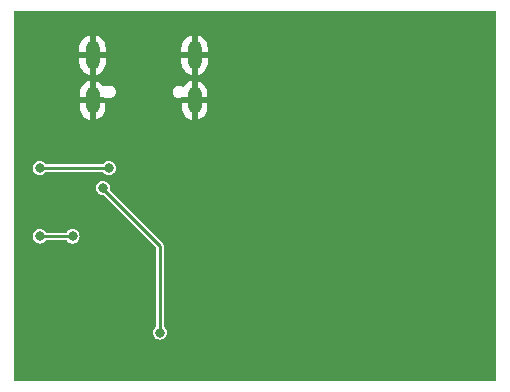
<source format=gbr>
%TF.GenerationSoftware,KiCad,Pcbnew,(5.99.0-9795-gc3c3649211)*%
%TF.CreationDate,2021-03-25T09:38:18-07:00*%
%TF.ProjectId,smd-challenge,736d642d-6368-4616-9c6c-656e67652e6b,rev?*%
%TF.SameCoordinates,Original*%
%TF.FileFunction,Copper,L2,Bot*%
%TF.FilePolarity,Positive*%
%FSLAX46Y46*%
G04 Gerber Fmt 4.6, Leading zero omitted, Abs format (unit mm)*
G04 Created by KiCad (PCBNEW (5.99.0-9795-gc3c3649211)) date 2021-03-25 09:38:18*
%MOMM*%
%LPD*%
G01*
G04 APERTURE LIST*
%TA.AperFunction,ComponentPad*%
%ADD10O,1.158000X2.316000*%
%TD*%
%TA.AperFunction,ComponentPad*%
%ADD11O,1.200000X2.400000*%
%TD*%
%TA.AperFunction,ViaPad*%
%ADD12C,0.800000*%
%TD*%
%TA.AperFunction,Conductor*%
%ADD13C,0.250000*%
%TD*%
G04 APERTURE END LIST*
D10*
%TO.P,J1,S3,SHIELD*%
%TO.N,GND*%
X135536000Y-45621000D03*
%TO.P,J1,S4,SHIELD*%
X126896000Y-45621000D03*
D11*
%TO.P,J1,S5,SHIELD*%
X135536000Y-41796000D03*
%TO.P,J1,S6,SHIELD*%
X126896000Y-41796000D03*
%TD*%
D12*
%TO.N,+3V3*%
X122420000Y-51372000D03*
X128270000Y-51372000D03*
%TO.N,GND*%
X143764000Y-49276000D03*
X123952000Y-54864000D03*
X154432000Y-43688000D03*
X143764000Y-54356000D03*
X130039998Y-67310000D03*
X125222000Y-60198000D03*
X124959999Y-67310000D03*
X156972000Y-41148000D03*
X156972000Y-43688000D03*
X154432000Y-41148000D03*
X143764000Y-51816000D03*
X143764000Y-56896000D03*
X143764000Y-46736000D03*
%TO.N,+3V3*%
X125200000Y-57137000D03*
X122420000Y-57137000D03*
%TO.N,/NRST*%
X132588000Y-65278000D03*
X127762000Y-53022000D03*
%TD*%
D13*
%TO.N,/NRST*%
X127762000Y-53086000D02*
X132588000Y-57912000D01*
X132588000Y-57912000D02*
X132588000Y-65278000D01*
%TO.N,+3V3*%
X128270000Y-51372000D02*
X122492000Y-51372000D01*
X122492000Y-51372000D02*
X122428000Y-51308000D01*
X122428000Y-51308000D02*
X122420000Y-51316000D01*
X122537000Y-57137000D02*
X122420000Y-57020000D01*
X125200000Y-57137000D02*
X122537000Y-57137000D01*
%TD*%
%TA.AperFunction,Conductor*%
%TO.N,GND*%
G36*
X161063566Y-38063313D02*
G01*
X161088876Y-38107150D01*
X161090000Y-38120000D01*
X161090000Y-69322000D01*
X161072687Y-69369566D01*
X161028850Y-69394876D01*
X161016000Y-69396000D01*
X120289000Y-69396000D01*
X120241434Y-69378687D01*
X120216124Y-69334850D01*
X120215000Y-69322000D01*
X120215000Y-57137000D01*
X121814500Y-57137000D01*
X121835132Y-57293715D01*
X121895622Y-57439750D01*
X121898572Y-57443594D01*
X121898574Y-57443598D01*
X121926363Y-57479813D01*
X121991847Y-57565153D01*
X121995698Y-57568108D01*
X122113402Y-57658426D01*
X122113406Y-57658428D01*
X122117250Y-57661378D01*
X122263285Y-57721868D01*
X122268087Y-57722500D01*
X122268090Y-57722501D01*
X122415192Y-57741867D01*
X122420000Y-57742500D01*
X122424808Y-57741867D01*
X122571910Y-57722501D01*
X122571913Y-57722500D01*
X122576715Y-57721868D01*
X122722750Y-57661378D01*
X122726594Y-57658428D01*
X122726598Y-57658426D01*
X122844302Y-57568108D01*
X122848153Y-57565153D01*
X122904706Y-57491451D01*
X122947396Y-57464254D01*
X122963413Y-57462500D01*
X124656587Y-57462500D01*
X124704153Y-57479813D01*
X124715293Y-57491450D01*
X124771847Y-57565153D01*
X124775698Y-57568108D01*
X124893402Y-57658426D01*
X124893406Y-57658428D01*
X124897250Y-57661378D01*
X125043285Y-57721868D01*
X125048087Y-57722500D01*
X125048090Y-57722501D01*
X125195192Y-57741867D01*
X125200000Y-57742500D01*
X125204808Y-57741867D01*
X125351910Y-57722501D01*
X125351913Y-57722500D01*
X125356715Y-57721868D01*
X125502750Y-57661378D01*
X125506594Y-57658428D01*
X125506598Y-57658426D01*
X125624302Y-57568108D01*
X125628153Y-57565153D01*
X125693637Y-57479813D01*
X125721426Y-57443598D01*
X125721428Y-57443594D01*
X125724378Y-57439750D01*
X125784868Y-57293715D01*
X125805500Y-57137000D01*
X125784868Y-56980285D01*
X125724378Y-56834250D01*
X125721428Y-56830406D01*
X125721426Y-56830402D01*
X125631108Y-56712698D01*
X125628153Y-56708847D01*
X125624302Y-56705892D01*
X125506598Y-56615574D01*
X125506594Y-56615572D01*
X125502750Y-56612622D01*
X125356715Y-56552132D01*
X125351913Y-56551500D01*
X125351910Y-56551499D01*
X125204808Y-56532133D01*
X125200000Y-56531500D01*
X125195192Y-56532133D01*
X125048090Y-56551499D01*
X125048087Y-56551500D01*
X125043285Y-56552132D01*
X124897250Y-56612622D01*
X124893406Y-56615572D01*
X124893402Y-56615574D01*
X124775698Y-56705892D01*
X124771847Y-56708847D01*
X124768892Y-56712698D01*
X124715295Y-56782548D01*
X124672604Y-56809746D01*
X124656587Y-56811500D01*
X122963413Y-56811500D01*
X122915847Y-56794187D01*
X122904705Y-56782548D01*
X122851108Y-56712698D01*
X122848153Y-56708847D01*
X122844302Y-56705892D01*
X122726598Y-56615574D01*
X122726594Y-56615572D01*
X122722750Y-56612622D01*
X122576715Y-56552132D01*
X122571913Y-56551500D01*
X122571910Y-56551499D01*
X122424808Y-56532133D01*
X122420000Y-56531500D01*
X122415192Y-56532133D01*
X122268090Y-56551499D01*
X122268087Y-56551500D01*
X122263285Y-56552132D01*
X122117250Y-56612622D01*
X122113406Y-56615572D01*
X122113402Y-56615574D01*
X121995698Y-56705892D01*
X121991847Y-56708847D01*
X121988892Y-56712698D01*
X121898574Y-56830402D01*
X121898572Y-56830406D01*
X121895622Y-56834250D01*
X121835132Y-56980285D01*
X121814500Y-57137000D01*
X120215000Y-57137000D01*
X120215000Y-53022000D01*
X127156500Y-53022000D01*
X127177132Y-53178715D01*
X127237622Y-53324750D01*
X127240572Y-53328594D01*
X127240574Y-53328598D01*
X127330892Y-53446302D01*
X127333847Y-53450153D01*
X127337698Y-53453108D01*
X127455402Y-53543426D01*
X127455406Y-53543428D01*
X127459250Y-53546378D01*
X127605285Y-53606868D01*
X127610087Y-53607500D01*
X127610090Y-53607501D01*
X127757192Y-53626867D01*
X127762000Y-53627500D01*
X127797549Y-53622820D01*
X127846968Y-53633776D01*
X127859534Y-53643861D01*
X132240826Y-58025152D01*
X132262218Y-58071028D01*
X132262500Y-58077478D01*
X132262500Y-64734587D01*
X132245187Y-64782153D01*
X132233550Y-64793293D01*
X132159847Y-64849847D01*
X132156892Y-64853698D01*
X132066574Y-64971402D01*
X132066572Y-64971406D01*
X132063622Y-64975250D01*
X132003132Y-65121285D01*
X131982500Y-65278000D01*
X132003132Y-65434715D01*
X132063622Y-65580750D01*
X132066572Y-65584594D01*
X132066574Y-65584598D01*
X132156892Y-65702302D01*
X132159847Y-65706153D01*
X132163698Y-65709108D01*
X132281402Y-65799426D01*
X132281406Y-65799428D01*
X132285250Y-65802378D01*
X132431285Y-65862868D01*
X132436087Y-65863500D01*
X132436090Y-65863501D01*
X132583192Y-65882867D01*
X132588000Y-65883500D01*
X132592808Y-65882867D01*
X132739910Y-65863501D01*
X132739913Y-65863500D01*
X132744715Y-65862868D01*
X132890750Y-65802378D01*
X132894594Y-65799428D01*
X132894598Y-65799426D01*
X133012302Y-65709108D01*
X133016153Y-65706153D01*
X133019108Y-65702302D01*
X133109426Y-65584598D01*
X133109428Y-65584594D01*
X133112378Y-65580750D01*
X133172868Y-65434715D01*
X133193500Y-65278000D01*
X133172868Y-65121285D01*
X133112378Y-64975250D01*
X133109428Y-64971406D01*
X133109426Y-64971402D01*
X133019108Y-64853698D01*
X133016153Y-64849847D01*
X132942451Y-64793294D01*
X132915254Y-64750604D01*
X132913500Y-64734587D01*
X132913500Y-57929200D01*
X132913782Y-57922750D01*
X132916679Y-57889645D01*
X132916679Y-57889643D01*
X132917243Y-57883195D01*
X132906902Y-57844603D01*
X132905505Y-57838304D01*
X132899692Y-57805334D01*
X132899691Y-57805332D01*
X132898568Y-57798962D01*
X132895332Y-57793357D01*
X132893626Y-57788670D01*
X132891318Y-57783097D01*
X132889210Y-57778577D01*
X132887535Y-57772325D01*
X132866209Y-57741867D01*
X132864624Y-57739604D01*
X132861157Y-57734161D01*
X132844417Y-57705168D01*
X132844415Y-57705166D01*
X132841178Y-57699559D01*
X132810762Y-57674037D01*
X132806003Y-57669677D01*
X128368970Y-53232643D01*
X128347578Y-53186767D01*
X128347929Y-53170658D01*
X128366867Y-53026808D01*
X128367500Y-53022000D01*
X128346868Y-52865285D01*
X128286378Y-52719250D01*
X128283428Y-52715406D01*
X128283426Y-52715402D01*
X128193108Y-52597698D01*
X128190153Y-52593847D01*
X128186302Y-52590892D01*
X128068598Y-52500574D01*
X128068594Y-52500572D01*
X128064750Y-52497622D01*
X127918715Y-52437132D01*
X127913913Y-52436500D01*
X127913910Y-52436499D01*
X127766808Y-52417133D01*
X127762000Y-52416500D01*
X127757192Y-52417133D01*
X127610090Y-52436499D01*
X127610087Y-52436500D01*
X127605285Y-52437132D01*
X127459250Y-52497622D01*
X127455406Y-52500572D01*
X127455402Y-52500574D01*
X127337698Y-52590892D01*
X127333847Y-52593847D01*
X127330892Y-52597698D01*
X127240574Y-52715402D01*
X127240572Y-52715406D01*
X127237622Y-52719250D01*
X127177132Y-52865285D01*
X127156500Y-53022000D01*
X120215000Y-53022000D01*
X120215000Y-51372000D01*
X121814500Y-51372000D01*
X121835132Y-51528715D01*
X121895622Y-51674750D01*
X121898572Y-51678594D01*
X121898574Y-51678598D01*
X121926363Y-51714813D01*
X121991847Y-51800153D01*
X121995698Y-51803108D01*
X122113402Y-51893426D01*
X122113406Y-51893428D01*
X122117250Y-51896378D01*
X122263285Y-51956868D01*
X122268087Y-51957500D01*
X122268090Y-51957501D01*
X122415192Y-51976867D01*
X122420000Y-51977500D01*
X122424808Y-51976867D01*
X122571910Y-51957501D01*
X122571913Y-51957500D01*
X122576715Y-51956868D01*
X122722750Y-51896378D01*
X122726594Y-51893428D01*
X122726598Y-51893426D01*
X122844302Y-51803108D01*
X122848153Y-51800153D01*
X122904706Y-51726451D01*
X122947396Y-51699254D01*
X122963413Y-51697500D01*
X127726587Y-51697500D01*
X127774153Y-51714813D01*
X127785293Y-51726450D01*
X127841847Y-51800153D01*
X127845698Y-51803108D01*
X127963402Y-51893426D01*
X127963406Y-51893428D01*
X127967250Y-51896378D01*
X128113285Y-51956868D01*
X128118087Y-51957500D01*
X128118090Y-51957501D01*
X128265192Y-51976867D01*
X128270000Y-51977500D01*
X128274808Y-51976867D01*
X128421910Y-51957501D01*
X128421913Y-51957500D01*
X128426715Y-51956868D01*
X128572750Y-51896378D01*
X128576594Y-51893428D01*
X128576598Y-51893426D01*
X128694302Y-51803108D01*
X128698153Y-51800153D01*
X128763637Y-51714813D01*
X128791426Y-51678598D01*
X128791428Y-51678594D01*
X128794378Y-51674750D01*
X128854868Y-51528715D01*
X128875500Y-51372000D01*
X128854868Y-51215285D01*
X128794378Y-51069250D01*
X128791428Y-51065406D01*
X128791426Y-51065402D01*
X128701108Y-50947698D01*
X128698153Y-50943847D01*
X128694302Y-50940892D01*
X128576598Y-50850574D01*
X128576594Y-50850572D01*
X128572750Y-50847622D01*
X128426715Y-50787132D01*
X128421913Y-50786500D01*
X128421910Y-50786499D01*
X128274808Y-50767133D01*
X128270000Y-50766500D01*
X128265192Y-50767133D01*
X128118090Y-50786499D01*
X128118087Y-50786500D01*
X128113285Y-50787132D01*
X127967250Y-50847622D01*
X127963406Y-50850572D01*
X127963402Y-50850574D01*
X127845698Y-50940892D01*
X127841847Y-50943847D01*
X127838892Y-50947698D01*
X127785295Y-51017548D01*
X127742604Y-51044746D01*
X127726587Y-51046500D01*
X122963413Y-51046500D01*
X122915847Y-51029187D01*
X122904705Y-51017548D01*
X122851108Y-50947698D01*
X122848153Y-50943847D01*
X122844302Y-50940892D01*
X122726598Y-50850574D01*
X122726594Y-50850572D01*
X122722750Y-50847622D01*
X122576715Y-50787132D01*
X122571913Y-50786500D01*
X122571910Y-50786499D01*
X122424808Y-50767133D01*
X122420000Y-50766500D01*
X122415192Y-50767133D01*
X122268090Y-50786499D01*
X122268087Y-50786500D01*
X122263285Y-50787132D01*
X122117250Y-50847622D01*
X122113406Y-50850572D01*
X122113402Y-50850574D01*
X121995698Y-50940892D01*
X121991847Y-50943847D01*
X121988892Y-50947698D01*
X121898574Y-51065402D01*
X121898572Y-51065406D01*
X121895622Y-51069250D01*
X121835132Y-51215285D01*
X121814500Y-51372000D01*
X120215000Y-51372000D01*
X120215000Y-45883925D01*
X125809000Y-45883925D01*
X125809000Y-46250645D01*
X125809168Y-46254164D01*
X125823366Y-46402980D01*
X125824694Y-46409877D01*
X125881100Y-46602149D01*
X125883707Y-46608669D01*
X125975458Y-46786812D01*
X125979246Y-46792713D01*
X126103028Y-46950294D01*
X126107864Y-46955373D01*
X126259207Y-47086702D01*
X126264923Y-47090779D01*
X126438373Y-47191123D01*
X126444750Y-47194042D01*
X126632105Y-47259102D01*
X126639501Y-47257564D01*
X126642000Y-47254394D01*
X126642000Y-45888048D01*
X126640499Y-45883925D01*
X127150000Y-45883925D01*
X127150000Y-47243925D01*
X127153638Y-47253921D01*
X127155910Y-47255232D01*
X127157417Y-47255186D01*
X127248088Y-47233333D01*
X127254733Y-47231045D01*
X127437142Y-47148109D01*
X127443222Y-47144613D01*
X127606661Y-47028678D01*
X127611972Y-47024094D01*
X127750539Y-46879345D01*
X127754889Y-46873836D01*
X127863584Y-46705497D01*
X127866810Y-46699274D01*
X127941716Y-46513408D01*
X127943706Y-46506691D01*
X127982277Y-46309179D01*
X127982918Y-46303900D01*
X127982957Y-46303116D01*
X127983000Y-46301330D01*
X127983000Y-45888048D01*
X127981499Y-45883925D01*
X134449000Y-45883925D01*
X134449000Y-46250645D01*
X134449168Y-46254164D01*
X134463366Y-46402980D01*
X134464694Y-46409877D01*
X134521100Y-46602149D01*
X134523707Y-46608669D01*
X134615458Y-46786812D01*
X134619246Y-46792713D01*
X134743028Y-46950294D01*
X134747864Y-46955373D01*
X134899207Y-47086702D01*
X134904923Y-47090779D01*
X135078373Y-47191123D01*
X135084750Y-47194042D01*
X135272105Y-47259102D01*
X135279501Y-47257564D01*
X135282000Y-47254394D01*
X135282000Y-45888048D01*
X135280499Y-45883925D01*
X135790000Y-45883925D01*
X135790000Y-47243925D01*
X135793638Y-47253921D01*
X135795910Y-47255232D01*
X135797417Y-47255186D01*
X135888088Y-47233333D01*
X135894733Y-47231045D01*
X136077142Y-47148109D01*
X136083222Y-47144613D01*
X136246661Y-47028678D01*
X136251972Y-47024094D01*
X136390539Y-46879345D01*
X136394889Y-46873836D01*
X136503584Y-46705497D01*
X136506810Y-46699274D01*
X136581716Y-46513408D01*
X136583706Y-46506691D01*
X136622277Y-46309179D01*
X136622918Y-46303900D01*
X136622957Y-46303116D01*
X136623000Y-46301330D01*
X136623000Y-45888048D01*
X136619362Y-45878052D01*
X136614075Y-45875000D01*
X135803048Y-45875000D01*
X135793052Y-45878638D01*
X135790000Y-45883925D01*
X135280499Y-45883925D01*
X135278362Y-45878052D01*
X135273075Y-45875000D01*
X134462048Y-45875000D01*
X134452052Y-45878638D01*
X134449000Y-45883925D01*
X127981499Y-45883925D01*
X127979362Y-45878052D01*
X127974075Y-45875000D01*
X127163048Y-45875000D01*
X127153052Y-45878638D01*
X127150000Y-45883925D01*
X126640499Y-45883925D01*
X126638362Y-45878052D01*
X126633075Y-45875000D01*
X125822048Y-45875000D01*
X125812052Y-45878638D01*
X125809000Y-45883925D01*
X120215000Y-45883925D01*
X120215000Y-44940670D01*
X125809000Y-44940670D01*
X125809000Y-45353952D01*
X125812638Y-45363948D01*
X125817925Y-45367000D01*
X126628952Y-45367000D01*
X126638948Y-45363362D01*
X126642000Y-45358075D01*
X126642000Y-43998075D01*
X126638362Y-43988079D01*
X126637542Y-43987606D01*
X127150000Y-43987606D01*
X127150000Y-45353952D01*
X127153638Y-45363948D01*
X127158925Y-45367000D01*
X127863959Y-45367000D01*
X127892277Y-45372633D01*
X127910495Y-45380179D01*
X127918197Y-45383904D01*
X127920645Y-45385268D01*
X127926841Y-45390843D01*
X127934842Y-45393179D01*
X127954833Y-45399016D01*
X127962410Y-45401683D01*
X127967017Y-45403591D01*
X127967019Y-45403592D01*
X127970861Y-45405183D01*
X127978836Y-45406539D01*
X127987162Y-45408456D01*
X127995087Y-45410770D01*
X127999264Y-45411013D01*
X127999265Y-45411013D01*
X128004132Y-45411296D01*
X128012238Y-45412218D01*
X128032565Y-45415674D01*
X128032566Y-45415674D01*
X128040783Y-45417071D01*
X128048793Y-45414766D01*
X128052248Y-45414573D01*
X128060676Y-45414583D01*
X128096836Y-45416686D01*
X128096838Y-45416686D01*
X128100985Y-45416927D01*
X128130234Y-45412020D01*
X128142478Y-45411000D01*
X128147834Y-45411000D01*
X128163976Y-45412782D01*
X128165821Y-45413194D01*
X128172446Y-45414675D01*
X128240642Y-45411101D01*
X128244515Y-45411000D01*
X128289572Y-45411000D01*
X128301942Y-45412041D01*
X128330824Y-45416938D01*
X128371496Y-45414573D01*
X128380047Y-45414571D01*
X128382847Y-45414733D01*
X128390851Y-45417051D01*
X128399067Y-45415669D01*
X128399072Y-45415669D01*
X128419619Y-45412212D01*
X128427602Y-45411311D01*
X128429718Y-45411188D01*
X128432577Y-45411022D01*
X128432578Y-45411022D01*
X128436721Y-45410781D01*
X128444490Y-45408528D01*
X128452820Y-45406626D01*
X128456839Y-45405950D01*
X128456841Y-45405949D01*
X128460962Y-45405256D01*
X128464824Y-45403657D01*
X128464826Y-45403656D01*
X128469335Y-45401789D01*
X128477028Y-45399090D01*
X128496833Y-45393344D01*
X128496836Y-45393343D01*
X128504838Y-45391021D01*
X128511042Y-45385459D01*
X128514071Y-45383778D01*
X128521662Y-45380114D01*
X128560137Y-45364178D01*
X128574823Y-45360400D01*
X128578175Y-45359233D01*
X128586456Y-45358311D01*
X128593517Y-45353890D01*
X128593518Y-45353890D01*
X128604983Y-45346712D01*
X128608725Y-45344779D01*
X128608624Y-45344596D01*
X128612253Y-45342591D01*
X128616094Y-45341000D01*
X128619483Y-45338596D01*
X128619487Y-45338594D01*
X128629301Y-45331633D01*
X128632841Y-45329272D01*
X128643166Y-45322807D01*
X128643168Y-45322805D01*
X128646716Y-45320584D01*
X128649677Y-45317623D01*
X128652949Y-45315018D01*
X128653088Y-45315192D01*
X128656303Y-45312478D01*
X128667146Y-45304787D01*
X128667147Y-45304785D01*
X128673943Y-45299965D01*
X128677977Y-45292672D01*
X128680040Y-45290365D01*
X128689501Y-45277799D01*
X128722621Y-45244679D01*
X128734729Y-45235580D01*
X128737390Y-45233209D01*
X128744691Y-45229187D01*
X128757366Y-45211385D01*
X128760086Y-45208169D01*
X128759921Y-45208037D01*
X128762513Y-45204787D01*
X128765448Y-45201852D01*
X128774072Y-45188130D01*
X128776419Y-45184626D01*
X128785927Y-45171271D01*
X128787528Y-45167405D01*
X128789559Y-45163737D01*
X128789760Y-45163848D01*
X128791687Y-45160103D01*
X128798755Y-45148858D01*
X128803190Y-45141802D01*
X128804126Y-45133521D01*
X128805150Y-45130597D01*
X128809080Y-45115373D01*
X128825181Y-45076499D01*
X128828904Y-45068803D01*
X128830268Y-45066355D01*
X128835843Y-45060159D01*
X128844016Y-45032166D01*
X128846683Y-45024590D01*
X128848591Y-45019983D01*
X128848592Y-45019981D01*
X128850183Y-45016139D01*
X128851539Y-45008164D01*
X128853456Y-44999837D01*
X128854597Y-44995930D01*
X128855770Y-44991913D01*
X128856296Y-44982868D01*
X128857218Y-44974762D01*
X128859518Y-44961236D01*
X133699604Y-44961236D01*
X133700909Y-44966105D01*
X133700909Y-44966108D01*
X133730490Y-45076504D01*
X133736170Y-45097702D01*
X133808088Y-45219307D01*
X133910058Y-45317093D01*
X134034568Y-45383855D01*
X134039487Y-45384955D01*
X134039491Y-45384956D01*
X134167527Y-45413576D01*
X134167531Y-45413576D01*
X134172446Y-45414675D01*
X134268787Y-45409626D01*
X134308498Y-45407545D01*
X134308499Y-45407545D01*
X134313532Y-45407281D01*
X134318309Y-45405673D01*
X134318311Y-45405673D01*
X134422494Y-45370611D01*
X134449000Y-45367451D01*
X134449000Y-45367000D01*
X135268952Y-45367000D01*
X135278948Y-45363362D01*
X135282000Y-45358075D01*
X135282000Y-43998075D01*
X135278362Y-43988079D01*
X135277542Y-43987606D01*
X135790000Y-43987606D01*
X135790000Y-45353952D01*
X135793638Y-45363948D01*
X135798925Y-45367000D01*
X136609952Y-45367000D01*
X136619948Y-45363362D01*
X136623000Y-45358075D01*
X136623000Y-44991355D01*
X136622832Y-44987836D01*
X136608634Y-44839020D01*
X136607306Y-44832123D01*
X136550900Y-44639851D01*
X136548293Y-44633331D01*
X136456542Y-44455188D01*
X136452754Y-44449287D01*
X136328972Y-44291706D01*
X136324136Y-44286627D01*
X136172793Y-44155298D01*
X136167077Y-44151221D01*
X135993627Y-44050877D01*
X135987250Y-44047958D01*
X135799895Y-43982898D01*
X135792499Y-43984436D01*
X135790000Y-43987606D01*
X135277542Y-43987606D01*
X135276090Y-43986768D01*
X135274583Y-43986814D01*
X135183912Y-44008667D01*
X135177267Y-44010955D01*
X134994858Y-44093891D01*
X134988778Y-44097387D01*
X134825339Y-44213322D01*
X134820028Y-44217906D01*
X134681461Y-44362655D01*
X134677111Y-44368164D01*
X134620430Y-44455948D01*
X134580084Y-44486518D01*
X134529528Y-44484001D01*
X134515401Y-44476131D01*
X134457146Y-44434731D01*
X134449147Y-44431851D01*
X134328965Y-44388583D01*
X134324218Y-44386874D01*
X134319189Y-44386505D01*
X134319186Y-44386504D01*
X134243929Y-44380978D01*
X134183318Y-44376527D01*
X134178374Y-44377524D01*
X134178372Y-44377524D01*
X134107706Y-44391773D01*
X134044825Y-44404452D01*
X133991075Y-44431839D01*
X133934706Y-44460561D01*
X133918944Y-44468592D01*
X133915232Y-44472005D01*
X133915231Y-44472006D01*
X133818663Y-44560804D01*
X133818660Y-44560808D01*
X133814948Y-44564221D01*
X133812291Y-44568507D01*
X133812288Y-44568510D01*
X133779912Y-44620729D01*
X133740500Y-44684294D01*
X133701084Y-44819964D01*
X133701031Y-44825006D01*
X133701031Y-44825007D01*
X133700810Y-44846150D01*
X133699604Y-44961236D01*
X128859518Y-44961236D01*
X128860674Y-44954435D01*
X128860674Y-44954434D01*
X128862071Y-44946217D01*
X128859766Y-44938207D01*
X128859573Y-44934751D01*
X128859583Y-44926320D01*
X128859901Y-44920856D01*
X128860817Y-44912785D01*
X128861238Y-44910301D01*
X128861938Y-44906176D01*
X128861596Y-44900297D01*
X128861596Y-44891700D01*
X128861686Y-44890162D01*
X128861686Y-44890159D01*
X128861927Y-44886015D01*
X128860813Y-44879374D01*
X128859917Y-44871425D01*
X128859573Y-44865503D01*
X128859571Y-44856953D01*
X128859732Y-44854156D01*
X128862051Y-44846150D01*
X128857211Y-44817383D01*
X128856312Y-44809411D01*
X128856022Y-44804426D01*
X128855781Y-44800279D01*
X128853530Y-44792519D01*
X128851625Y-44784177D01*
X128850951Y-44780169D01*
X128850950Y-44780167D01*
X128850256Y-44776039D01*
X128848654Y-44772171D01*
X128848652Y-44772165D01*
X128846789Y-44767668D01*
X128844087Y-44759969D01*
X128836021Y-44732162D01*
X128830457Y-44725957D01*
X128828776Y-44722927D01*
X128825113Y-44715338D01*
X128809178Y-44676865D01*
X128805399Y-44662176D01*
X128804233Y-44658827D01*
X128803311Y-44650544D01*
X128791710Y-44632013D01*
X128789785Y-44628270D01*
X128789595Y-44628375D01*
X128787592Y-44624749D01*
X128786000Y-44620907D01*
X128776635Y-44607704D01*
X128774279Y-44604173D01*
X128765584Y-44590284D01*
X128762626Y-44587326D01*
X128760017Y-44584049D01*
X128760191Y-44583911D01*
X128757475Y-44580694D01*
X128749787Y-44569855D01*
X128749786Y-44569854D01*
X128744965Y-44563058D01*
X128737673Y-44559024D01*
X128735360Y-44556956D01*
X128722801Y-44547501D01*
X128689682Y-44514382D01*
X128680578Y-44502267D01*
X128678209Y-44499608D01*
X128674188Y-44492309D01*
X128656377Y-44479628D01*
X128653168Y-44476914D01*
X128653036Y-44477079D01*
X128649790Y-44474490D01*
X128646852Y-44471552D01*
X128633137Y-44462932D01*
X128629596Y-44460561D01*
X128619680Y-44453501D01*
X128619679Y-44453501D01*
X128616271Y-44451074D01*
X128612405Y-44449473D01*
X128608744Y-44447445D01*
X128608850Y-44447253D01*
X128605123Y-44445325D01*
X128586802Y-44433810D01*
X128578521Y-44432874D01*
X128575601Y-44431851D01*
X128560370Y-44427919D01*
X128521511Y-44411823D01*
X128513812Y-44408099D01*
X128511352Y-44406728D01*
X128505159Y-44401157D01*
X128477158Y-44392981D01*
X128469582Y-44390314D01*
X128461139Y-44386817D01*
X128453164Y-44385461D01*
X128444837Y-44383544D01*
X128440930Y-44382403D01*
X128436913Y-44381230D01*
X128432736Y-44380987D01*
X128432735Y-44380987D01*
X128427868Y-44380704D01*
X128419762Y-44379782D01*
X128414441Y-44378878D01*
X128391217Y-44374929D01*
X128383210Y-44377233D01*
X128379760Y-44377426D01*
X128371332Y-44377417D01*
X128335166Y-44375314D01*
X128335163Y-44375314D01*
X128331016Y-44375073D01*
X128301892Y-44379959D01*
X128301767Y-44379980D01*
X128289523Y-44381000D01*
X128246939Y-44381000D01*
X128241519Y-44380801D01*
X128239980Y-44380688D01*
X128183318Y-44376527D01*
X128178374Y-44377524D01*
X128178372Y-44377524D01*
X128168375Y-44379540D01*
X128153749Y-44381000D01*
X128142428Y-44381000D01*
X128130057Y-44379959D01*
X128101176Y-44375062D01*
X128060506Y-44377427D01*
X128051955Y-44377429D01*
X128049156Y-44377268D01*
X128041150Y-44374949D01*
X128012383Y-44379789D01*
X128004411Y-44380688D01*
X128000361Y-44380924D01*
X127995279Y-44381219D01*
X127987520Y-44383470D01*
X127979177Y-44385375D01*
X127975169Y-44386049D01*
X127975167Y-44386050D01*
X127971039Y-44386744D01*
X127967171Y-44388346D01*
X127967165Y-44388348D01*
X127962668Y-44390211D01*
X127954969Y-44392913D01*
X127927162Y-44400979D01*
X127920957Y-44406543D01*
X127917927Y-44408224D01*
X127910338Y-44411887D01*
X127871865Y-44427822D01*
X127851737Y-44433000D01*
X127845547Y-44433689D01*
X127845130Y-44429944D01*
X127810685Y-44429473D01*
X127778749Y-44405999D01*
X127688967Y-44291700D01*
X127684136Y-44286627D01*
X127532793Y-44155298D01*
X127527077Y-44151221D01*
X127353627Y-44050877D01*
X127347250Y-44047958D01*
X127159895Y-43982898D01*
X127152499Y-43984436D01*
X127150000Y-43987606D01*
X126637542Y-43987606D01*
X126636090Y-43986768D01*
X126634583Y-43986814D01*
X126543912Y-44008667D01*
X126537267Y-44010955D01*
X126354858Y-44093891D01*
X126348778Y-44097387D01*
X126185339Y-44213322D01*
X126180028Y-44217906D01*
X126041461Y-44362655D01*
X126037111Y-44368164D01*
X125928416Y-44536503D01*
X125925190Y-44542726D01*
X125850284Y-44728592D01*
X125848294Y-44735309D01*
X125809723Y-44932821D01*
X125809082Y-44938100D01*
X125809043Y-44938884D01*
X125809000Y-44940670D01*
X120215000Y-44940670D01*
X120215000Y-42058925D01*
X125788000Y-42058925D01*
X125788000Y-42446645D01*
X125788168Y-42450164D01*
X125802745Y-42602951D01*
X125804073Y-42609848D01*
X125861602Y-42805947D01*
X125864210Y-42812467D01*
X125957786Y-42994157D01*
X125961574Y-43000057D01*
X126087821Y-43160777D01*
X126092654Y-43165852D01*
X126247024Y-43299808D01*
X126252719Y-43303870D01*
X126429631Y-43406217D01*
X126436008Y-43409136D01*
X126629069Y-43476178D01*
X126630574Y-43476545D01*
X126639501Y-43474688D01*
X126642000Y-43471518D01*
X126642000Y-42063048D01*
X126640499Y-42058925D01*
X127150000Y-42058925D01*
X127150000Y-43461428D01*
X127153638Y-43471424D01*
X127155910Y-43472735D01*
X127157417Y-43472689D01*
X127254926Y-43449189D01*
X127261570Y-43446901D01*
X127447610Y-43362314D01*
X127453690Y-43358818D01*
X127620383Y-43240574D01*
X127625694Y-43235990D01*
X127767022Y-43088356D01*
X127771365Y-43082858D01*
X127882231Y-42911157D01*
X127885454Y-42904939D01*
X127961851Y-42715372D01*
X127963841Y-42708655D01*
X128003177Y-42507228D01*
X128003818Y-42501949D01*
X128003957Y-42499120D01*
X128004000Y-42497334D01*
X128004000Y-42063048D01*
X128002499Y-42058925D01*
X134428000Y-42058925D01*
X134428000Y-42446645D01*
X134428168Y-42450164D01*
X134442745Y-42602951D01*
X134444073Y-42609848D01*
X134501602Y-42805947D01*
X134504210Y-42812467D01*
X134597786Y-42994157D01*
X134601574Y-43000057D01*
X134727821Y-43160777D01*
X134732654Y-43165852D01*
X134887024Y-43299808D01*
X134892719Y-43303870D01*
X135069631Y-43406217D01*
X135076008Y-43409136D01*
X135269069Y-43476178D01*
X135270574Y-43476545D01*
X135279501Y-43474688D01*
X135282000Y-43471518D01*
X135282000Y-42063048D01*
X135280499Y-42058925D01*
X135790000Y-42058925D01*
X135790000Y-43461428D01*
X135793638Y-43471424D01*
X135795910Y-43472735D01*
X135797417Y-43472689D01*
X135894926Y-43449189D01*
X135901570Y-43446901D01*
X136087610Y-43362314D01*
X136093690Y-43358818D01*
X136260383Y-43240574D01*
X136265694Y-43235990D01*
X136407022Y-43088356D01*
X136411365Y-43082858D01*
X136522231Y-42911157D01*
X136525454Y-42904939D01*
X136601851Y-42715372D01*
X136603841Y-42708655D01*
X136643177Y-42507228D01*
X136643818Y-42501949D01*
X136643957Y-42499120D01*
X136644000Y-42497334D01*
X136644000Y-42063048D01*
X136640362Y-42053052D01*
X136635075Y-42050000D01*
X135803048Y-42050000D01*
X135793052Y-42053638D01*
X135790000Y-42058925D01*
X135280499Y-42058925D01*
X135278362Y-42053052D01*
X135273075Y-42050000D01*
X134441048Y-42050000D01*
X134431052Y-42053638D01*
X134428000Y-42058925D01*
X128002499Y-42058925D01*
X128000362Y-42053052D01*
X127995075Y-42050000D01*
X127163048Y-42050000D01*
X127153052Y-42053638D01*
X127150000Y-42058925D01*
X126640499Y-42058925D01*
X126638362Y-42053052D01*
X126633075Y-42050000D01*
X125801048Y-42050000D01*
X125791052Y-42053638D01*
X125788000Y-42058925D01*
X120215000Y-42058925D01*
X120215000Y-41094666D01*
X125788000Y-41094666D01*
X125788000Y-41528952D01*
X125791638Y-41538948D01*
X125796925Y-41542000D01*
X126628952Y-41542000D01*
X126638948Y-41538362D01*
X126642000Y-41533075D01*
X126642000Y-40130572D01*
X126638362Y-40120576D01*
X126638199Y-40120482D01*
X127150000Y-40120482D01*
X127150000Y-41528952D01*
X127153638Y-41538948D01*
X127158925Y-41542000D01*
X127990952Y-41542000D01*
X128000948Y-41538362D01*
X128004000Y-41533075D01*
X128004000Y-41145355D01*
X128003832Y-41141836D01*
X127999332Y-41094666D01*
X134428000Y-41094666D01*
X134428000Y-41528952D01*
X134431638Y-41538948D01*
X134436925Y-41542000D01*
X135268952Y-41542000D01*
X135278948Y-41538362D01*
X135282000Y-41533075D01*
X135282000Y-40130572D01*
X135278362Y-40120576D01*
X135278199Y-40120482D01*
X135790000Y-40120482D01*
X135790000Y-41528952D01*
X135793638Y-41538948D01*
X135798925Y-41542000D01*
X136630952Y-41542000D01*
X136640948Y-41538362D01*
X136644000Y-41533075D01*
X136644000Y-41145355D01*
X136643832Y-41141836D01*
X136629255Y-40989049D01*
X136627927Y-40982152D01*
X136570398Y-40786053D01*
X136567790Y-40779533D01*
X136474214Y-40597843D01*
X136470426Y-40591943D01*
X136344179Y-40431223D01*
X136339346Y-40426148D01*
X136184976Y-40292192D01*
X136179281Y-40288130D01*
X136002369Y-40185783D01*
X135995992Y-40182864D01*
X135802931Y-40115822D01*
X135801426Y-40115455D01*
X135792499Y-40117312D01*
X135790000Y-40120482D01*
X135278199Y-40120482D01*
X135276090Y-40119265D01*
X135274583Y-40119311D01*
X135177074Y-40142811D01*
X135170430Y-40145099D01*
X134984390Y-40229686D01*
X134978310Y-40233182D01*
X134811617Y-40351426D01*
X134806306Y-40356010D01*
X134664978Y-40503644D01*
X134660635Y-40509142D01*
X134549769Y-40680843D01*
X134546546Y-40687061D01*
X134470149Y-40876628D01*
X134468159Y-40883345D01*
X134428823Y-41084772D01*
X134428182Y-41090051D01*
X134428043Y-41092880D01*
X134428000Y-41094666D01*
X127999332Y-41094666D01*
X127989255Y-40989049D01*
X127987927Y-40982152D01*
X127930398Y-40786053D01*
X127927790Y-40779533D01*
X127834214Y-40597843D01*
X127830426Y-40591943D01*
X127704179Y-40431223D01*
X127699346Y-40426148D01*
X127544976Y-40292192D01*
X127539281Y-40288130D01*
X127362369Y-40185783D01*
X127355992Y-40182864D01*
X127162931Y-40115822D01*
X127161426Y-40115455D01*
X127152499Y-40117312D01*
X127150000Y-40120482D01*
X126638199Y-40120482D01*
X126636090Y-40119265D01*
X126634583Y-40119311D01*
X126537074Y-40142811D01*
X126530430Y-40145099D01*
X126344390Y-40229686D01*
X126338310Y-40233182D01*
X126171617Y-40351426D01*
X126166306Y-40356010D01*
X126024978Y-40503644D01*
X126020635Y-40509142D01*
X125909769Y-40680843D01*
X125906546Y-40687061D01*
X125830149Y-40876628D01*
X125828159Y-40883345D01*
X125788823Y-41084772D01*
X125788182Y-41090051D01*
X125788043Y-41092880D01*
X125788000Y-41094666D01*
X120215000Y-41094666D01*
X120215000Y-38120000D01*
X120232313Y-38072434D01*
X120276150Y-38047124D01*
X120289000Y-38046000D01*
X161016000Y-38046000D01*
X161063566Y-38063313D01*
G37*
%TD.AperFunction*%
%TD*%
M02*

</source>
